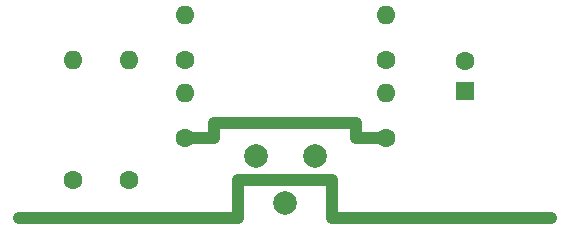
<source format=gbl>
G04 #@! TF.GenerationSoftware,KiCad,Pcbnew,(5.1.7)-1*
G04 #@! TF.CreationDate,2022-12-10T21:58:36+01:00*
G04 #@! TF.ProjectId,Skalen-Beleuchtung,536b616c-656e-42d4-9265-6c6575636874,rev?*
G04 #@! TF.SameCoordinates,Original*
G04 #@! TF.FileFunction,Copper,L2,Bot*
G04 #@! TF.FilePolarity,Positive*
%FSLAX46Y46*%
G04 Gerber Fmt 4.6, Leading zero omitted, Abs format (unit mm)*
G04 Created by KiCad (PCBNEW (5.1.7)-1) date 2022-12-10 21:58:36*
%MOMM*%
%LPD*%
G01*
G04 APERTURE LIST*
G04 #@! TA.AperFunction,ComponentPad*
%ADD10O,1.600000X1.600000*%
G04 #@! TD*
G04 #@! TA.AperFunction,ComponentPad*
%ADD11C,1.600000*%
G04 #@! TD*
G04 #@! TA.AperFunction,ComponentPad*
%ADD12R,1.600000X1.600000*%
G04 #@! TD*
G04 #@! TA.AperFunction,ComponentPad*
%ADD13C,2.000000*%
G04 #@! TD*
G04 #@! TA.AperFunction,ViaPad*
%ADD14C,0.800000*%
G04 #@! TD*
G04 #@! TA.AperFunction,Conductor*
%ADD15C,1.000000*%
G04 #@! TD*
G04 APERTURE END LIST*
D10*
X90000000Y-31190000D03*
D11*
X90000000Y-35000000D03*
D10*
X107000000Y-31190000D03*
D11*
X107000000Y-35000000D03*
D10*
X90000000Y-24550000D03*
D11*
X90000000Y-28360000D03*
D10*
X107000000Y-24550000D03*
D11*
X107000000Y-28360000D03*
X80500000Y-38520000D03*
D10*
X80500000Y-28360000D03*
D11*
X85250000Y-38520000D03*
D10*
X85250000Y-28360000D03*
D12*
X113750000Y-30975000D03*
D11*
X113750000Y-28475000D03*
D13*
X101000000Y-36500000D03*
X98500000Y-40500000D03*
X96000000Y-36500000D03*
D14*
X76000000Y-41724990D03*
X121000000Y-41724990D03*
D15*
X107000000Y-35000000D02*
X104500000Y-35000000D01*
X90000000Y-35000000D02*
X92500000Y-35000000D01*
X92500000Y-35000000D02*
X92500000Y-33750000D01*
X92500000Y-33750000D02*
X104500000Y-33750000D01*
X104500000Y-33750000D02*
X104500000Y-35000000D01*
X76000000Y-41724990D02*
X94500000Y-41724990D01*
X121000000Y-41724990D02*
X102500000Y-41724990D01*
X102500000Y-41724990D02*
X102500000Y-38500000D01*
X102500000Y-38500000D02*
X94500000Y-38500000D01*
X94500000Y-38500000D02*
X94500000Y-41724990D01*
M02*

</source>
